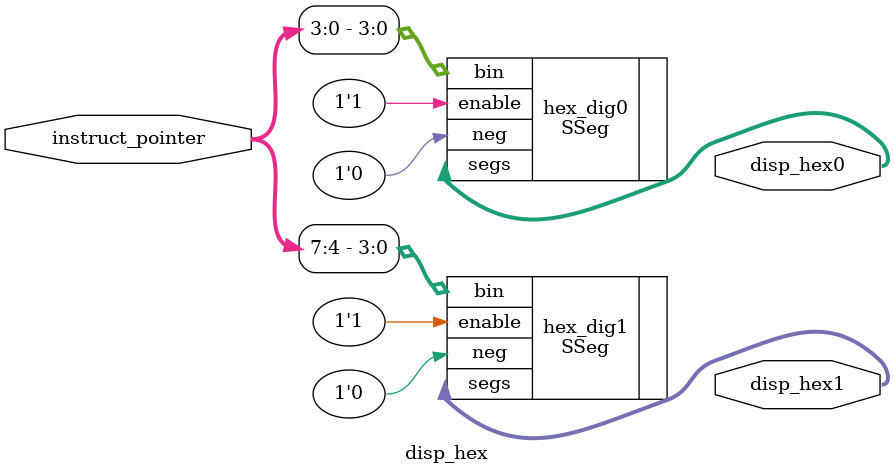
<source format=v>
module disp_hex
(
	input wire [7:0] instruct_pointer,
	output wire [6:0] disp_hex0,
	output wire [6:0] disp_hex1
);

	SSeg hex_dig0(.bin(instruct_pointer[3:0]), .neg(1'b0), .enable(1'b1), .segs(disp_hex0));
	SSeg hex_dig1(.bin(instruct_pointer[7:4]), .neg(1'b0), .enable(1'b1), .segs(disp_hex1));

endmodule 
</source>
